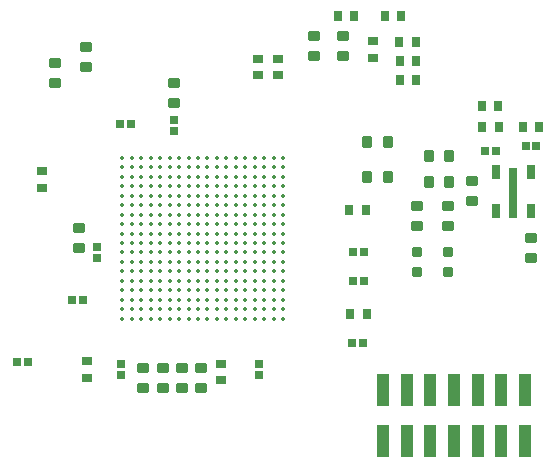
<source format=gtp>
G04*
G04 #@! TF.GenerationSoftware,Altium Limited,Altium Designer,23.2.1 (34)*
G04*
G04 Layer_Color=8421504*
%FSLAX45Y45*%
%MOMM*%
G71*
G04*
G04 #@! TF.SameCoordinates,357D86F6-4FD4-4171-920B-CE65727367D9*
G04*
G04*
G04 #@! TF.FilePolarity,Positive*
G04*
G01*
G75*
G04:AMPARAMS|DCode=18|XSize=1mm|YSize=0.9mm|CornerRadius=0.1125mm|HoleSize=0mm|Usage=FLASHONLY|Rotation=180.000|XOffset=0mm|YOffset=0mm|HoleType=Round|Shape=RoundedRectangle|*
%AMROUNDEDRECTD18*
21,1,1.00000,0.67500,0,0,180.0*
21,1,0.77500,0.90000,0,0,180.0*
1,1,0.22500,-0.38750,0.33750*
1,1,0.22500,0.38750,0.33750*
1,1,0.22500,0.38750,-0.33750*
1,1,0.22500,-0.38750,-0.33750*
%
%ADD18ROUNDEDRECTD18*%
%ADD19R,0.92000X0.64000*%
%ADD20R,0.64000X0.64000*%
%ADD21R,1.00000X2.75000*%
%ADD22C,0.35000*%
%ADD23R,0.68000X1.20000*%
%ADD24R,0.64000X0.64000*%
%ADD25R,0.75000X0.95000*%
G04:AMPARAMS|DCode=26|XSize=1mm|YSize=0.9mm|CornerRadius=0.1125mm|HoleSize=0mm|Usage=FLASHONLY|Rotation=270.000|XOffset=0mm|YOffset=0mm|HoleType=Round|Shape=RoundedRectangle|*
%AMROUNDEDRECTD26*
21,1,1.00000,0.67500,0,0,270.0*
21,1,0.77500,0.90000,0,0,270.0*
1,1,0.22500,-0.33750,-0.38750*
1,1,0.22500,-0.33750,0.38750*
1,1,0.22500,0.33750,0.38750*
1,1,0.22500,0.33750,-0.38750*
%
%ADD26ROUNDEDRECTD26*%
G04:AMPARAMS|DCode=27|XSize=0.8mm|YSize=0.8mm|CornerRadius=0.1mm|HoleSize=0mm|Usage=FLASHONLY|Rotation=270.000|XOffset=0mm|YOffset=0mm|HoleType=Round|Shape=RoundedRectangle|*
%AMROUNDEDRECTD27*
21,1,0.80000,0.60000,0,0,270.0*
21,1,0.60000,0.80000,0,0,270.0*
1,1,0.20000,-0.30000,-0.30000*
1,1,0.20000,-0.30000,0.30000*
1,1,0.20000,0.30000,0.30000*
1,1,0.20000,0.30000,-0.30000*
%
%ADD27ROUNDEDRECTD27*%
%ADD28R,0.95000X0.75000*%
G36*
X13303999Y7248920D02*
X13236000D01*
Y7673920D01*
X13303999D01*
Y7248920D01*
D02*
G37*
D18*
X11579333Y8790072D02*
D03*
Y8620072D02*
D03*
X11823868Y8792006D02*
D03*
Y8622006D02*
D03*
X10624820Y5808920D02*
D03*
Y5978920D02*
D03*
X10138525Y5809754D02*
D03*
Y5979754D02*
D03*
X10463432Y5808920D02*
D03*
Y5978920D02*
D03*
X10301549Y5808920D02*
D03*
Y5978920D02*
D03*
X12920000Y7397840D02*
D03*
Y7567840D02*
D03*
X13420000Y6915000D02*
D03*
Y7085000D02*
D03*
X10400000Y8398395D02*
D03*
Y8228395D02*
D03*
X12452503Y7184395D02*
D03*
Y7354395D02*
D03*
X12720000Y7184395D02*
D03*
Y7354395D02*
D03*
X9652499Y8526601D02*
D03*
Y8696601D02*
D03*
X9596649Y6995000D02*
D03*
Y7165000D02*
D03*
X9392920Y8396060D02*
D03*
Y8566060D02*
D03*
D19*
X12079036Y8753507D02*
D03*
Y8607507D02*
D03*
D20*
X9945380Y6015502D02*
D03*
Y5923502D02*
D03*
X11120000Y5919891D02*
D03*
Y6011891D02*
D03*
X10393680Y7991760D02*
D03*
Y8083760D02*
D03*
X9747785Y6914000D02*
D03*
Y7006000D02*
D03*
D21*
X12167500Y5367380D02*
D03*
X12367500D02*
D03*
Y5793380D02*
D03*
X12567500Y5367380D02*
D03*
Y5793380D02*
D03*
X12767500Y5367380D02*
D03*
Y5793380D02*
D03*
X12967500Y5367380D02*
D03*
Y5793380D02*
D03*
X13167500Y5367380D02*
D03*
Y5793380D02*
D03*
X13367500Y5367380D02*
D03*
Y5793380D02*
D03*
X12167500D02*
D03*
D22*
X10200000Y7760000D02*
D03*
X11320000Y6400000D02*
D03*
X11240000D02*
D03*
X11160000D02*
D03*
X11080000D02*
D03*
X11000000D02*
D03*
X10920000D02*
D03*
X10840000D02*
D03*
X10760000D02*
D03*
X10680000D02*
D03*
X10600000D02*
D03*
X10520000D02*
D03*
X10440000D02*
D03*
X10360000D02*
D03*
X10280000D02*
D03*
X10200000D02*
D03*
X10120000D02*
D03*
X10040000D02*
D03*
X9960000D02*
D03*
X11320000Y6480000D02*
D03*
X11240000D02*
D03*
X11160000D02*
D03*
X11080000D02*
D03*
X11000000D02*
D03*
X10920000D02*
D03*
X10840000D02*
D03*
X10760000D02*
D03*
X10680000D02*
D03*
X10600000D02*
D03*
X10520000D02*
D03*
X10440000D02*
D03*
X10360000D02*
D03*
X10280000D02*
D03*
X10200000D02*
D03*
X10120000D02*
D03*
X10040000D02*
D03*
X9960000D02*
D03*
X11320000Y6560000D02*
D03*
X11240000D02*
D03*
X11160000D02*
D03*
X11080000D02*
D03*
X11000000D02*
D03*
X10920000D02*
D03*
X10840000D02*
D03*
X10760000D02*
D03*
X10680000D02*
D03*
X10600000D02*
D03*
X10520000D02*
D03*
X10440000D02*
D03*
X10360000D02*
D03*
X10280000D02*
D03*
X10200000D02*
D03*
X10120000D02*
D03*
X10040000D02*
D03*
X9960000D02*
D03*
X11320000Y6640000D02*
D03*
X11240000D02*
D03*
X11160000D02*
D03*
X11080000D02*
D03*
X11000000D02*
D03*
X10920000D02*
D03*
X10840000D02*
D03*
X10760000D02*
D03*
X10680000D02*
D03*
X10600000D02*
D03*
X10520000D02*
D03*
X10440000D02*
D03*
X10360000D02*
D03*
X10280000D02*
D03*
X10200000D02*
D03*
X10120000D02*
D03*
X10040000D02*
D03*
X9960000D02*
D03*
X11320000Y6720000D02*
D03*
X11240000D02*
D03*
X11160000D02*
D03*
X11080000D02*
D03*
X11000000D02*
D03*
X10920000D02*
D03*
X10840000D02*
D03*
X10760000D02*
D03*
X10680000D02*
D03*
X10600000D02*
D03*
X10520000D02*
D03*
X10440000D02*
D03*
X10360000D02*
D03*
X10280000D02*
D03*
X10200000D02*
D03*
X10120000D02*
D03*
X10040000D02*
D03*
X9960000D02*
D03*
X11320000Y6800000D02*
D03*
X11240000D02*
D03*
X11160000D02*
D03*
X11080000D02*
D03*
X11000000D02*
D03*
X10920000D02*
D03*
X10840000D02*
D03*
X10760000D02*
D03*
X10680000D02*
D03*
X10600000D02*
D03*
X10520000D02*
D03*
X10440000D02*
D03*
X10360000D02*
D03*
X10280000D02*
D03*
X10200000D02*
D03*
X10120000D02*
D03*
X10040000D02*
D03*
X9960000D02*
D03*
X11320000Y6880000D02*
D03*
X11240000D02*
D03*
X11160000D02*
D03*
X11080000D02*
D03*
X11000000D02*
D03*
X10920000D02*
D03*
X10840000D02*
D03*
X10760000D02*
D03*
X10680000D02*
D03*
X10600000D02*
D03*
X10520000D02*
D03*
X10440000D02*
D03*
X10360000D02*
D03*
X10280000D02*
D03*
X10200000D02*
D03*
X10120000D02*
D03*
X10040000D02*
D03*
X9960000D02*
D03*
X11320000Y6960000D02*
D03*
X11240000D02*
D03*
X11160000D02*
D03*
X11080000D02*
D03*
X11000000D02*
D03*
X10920000D02*
D03*
X10840000D02*
D03*
X10760000D02*
D03*
X10680000D02*
D03*
X10600000D02*
D03*
X10520000D02*
D03*
X10440000D02*
D03*
X10360000D02*
D03*
X10280000D02*
D03*
X10200000D02*
D03*
X10120000D02*
D03*
X10040000D02*
D03*
X9960000D02*
D03*
X11320000Y7040000D02*
D03*
X11240000D02*
D03*
X11160000D02*
D03*
X11080000D02*
D03*
X11000000D02*
D03*
X10920000D02*
D03*
X10840000D02*
D03*
X10760000D02*
D03*
X10680000D02*
D03*
X10600000D02*
D03*
X10520000D02*
D03*
X10440000D02*
D03*
X10360000D02*
D03*
X10280000D02*
D03*
X10200000D02*
D03*
X10120000D02*
D03*
X10040000D02*
D03*
X9960000D02*
D03*
X11320000Y7120000D02*
D03*
X11240000D02*
D03*
X11160000D02*
D03*
X11080000D02*
D03*
X11000000D02*
D03*
X10920000D02*
D03*
X10840000D02*
D03*
X10760000D02*
D03*
X10680000D02*
D03*
X10600000D02*
D03*
X10520000D02*
D03*
X10440000D02*
D03*
X10360000D02*
D03*
X10280000D02*
D03*
X10200000D02*
D03*
X10120000D02*
D03*
X10040000D02*
D03*
X9960000D02*
D03*
X11320000Y7200000D02*
D03*
X11240000D02*
D03*
X11160000D02*
D03*
X11080000D02*
D03*
X11000000D02*
D03*
X10920000D02*
D03*
X10840000D02*
D03*
X10760000D02*
D03*
X10680000D02*
D03*
X10600000D02*
D03*
X10520000D02*
D03*
X10440000D02*
D03*
X10360000D02*
D03*
X10280000D02*
D03*
X10200000D02*
D03*
X10120000D02*
D03*
X10040000D02*
D03*
X9960000D02*
D03*
X11320000Y7280000D02*
D03*
X11240000D02*
D03*
X11160000D02*
D03*
X11080000D02*
D03*
X11000000D02*
D03*
X10920000D02*
D03*
X10840000D02*
D03*
X10760000D02*
D03*
X10680000D02*
D03*
X10600000D02*
D03*
X10520000D02*
D03*
X10440000D02*
D03*
X10360000D02*
D03*
X10280000D02*
D03*
X10200000D02*
D03*
X10120000D02*
D03*
X10040000D02*
D03*
X9960000D02*
D03*
X11320000Y7360000D02*
D03*
X11240000D02*
D03*
X11160000D02*
D03*
X11080000D02*
D03*
X11000000D02*
D03*
X10920000D02*
D03*
X10840000D02*
D03*
X10760000D02*
D03*
X10680000D02*
D03*
X10600000D02*
D03*
X10520000D02*
D03*
X10440000D02*
D03*
X10360000D02*
D03*
X10280000D02*
D03*
X10200000D02*
D03*
X10120000D02*
D03*
X10040000D02*
D03*
X9960000D02*
D03*
X11320000Y7440000D02*
D03*
X11240000D02*
D03*
X11160000D02*
D03*
X11080000D02*
D03*
X11000000D02*
D03*
X10920000D02*
D03*
X10840000D02*
D03*
X10760000D02*
D03*
X10680000D02*
D03*
X10600000D02*
D03*
X10520000D02*
D03*
X10440000D02*
D03*
X10360000D02*
D03*
X10280000D02*
D03*
X10200000D02*
D03*
X10120000D02*
D03*
X10040000D02*
D03*
X9960000D02*
D03*
X11320000Y7520000D02*
D03*
X11240000D02*
D03*
X11160000D02*
D03*
X11080000D02*
D03*
X11000000D02*
D03*
X10920000D02*
D03*
X10840000D02*
D03*
X10760000D02*
D03*
X10680000D02*
D03*
X10600000D02*
D03*
X10520000D02*
D03*
X10440000D02*
D03*
X10360000D02*
D03*
X10280000D02*
D03*
X10200000D02*
D03*
X10120000D02*
D03*
X10040000D02*
D03*
X9960000D02*
D03*
X11320000Y7600000D02*
D03*
X11240000D02*
D03*
X11160000D02*
D03*
X11080000D02*
D03*
X11000000D02*
D03*
X10920000D02*
D03*
X10840000D02*
D03*
X10760000D02*
D03*
X10680000D02*
D03*
X10600000D02*
D03*
X10520000D02*
D03*
X10440000D02*
D03*
X10360000D02*
D03*
X10280000D02*
D03*
X10200000D02*
D03*
X10120000D02*
D03*
X10040000D02*
D03*
X9960000D02*
D03*
X11320000Y7680000D02*
D03*
X11240000D02*
D03*
X11160000D02*
D03*
X11080000D02*
D03*
X11000000D02*
D03*
X10920000D02*
D03*
X10840000D02*
D03*
X10760000D02*
D03*
X10680000D02*
D03*
X10600000D02*
D03*
X10520000D02*
D03*
X10440000D02*
D03*
X10360000D02*
D03*
X10280000D02*
D03*
X10200000D02*
D03*
X10120000D02*
D03*
X10040000D02*
D03*
X9960000D02*
D03*
X11320000Y7760000D02*
D03*
X11240000D02*
D03*
X11160000D02*
D03*
X11080000D02*
D03*
X11000000D02*
D03*
X10920000D02*
D03*
X10840000D02*
D03*
X10760000D02*
D03*
X10680000D02*
D03*
X10600000D02*
D03*
X10520000D02*
D03*
X10440000D02*
D03*
X10360000D02*
D03*
X10280000D02*
D03*
X10120000D02*
D03*
X10040000D02*
D03*
X9960000D02*
D03*
D23*
X13120000Y7308920D02*
D03*
X13420000D02*
D03*
Y7638920D02*
D03*
X13120000D02*
D03*
D24*
X13125999Y7816568D02*
D03*
X13034000D02*
D03*
X13374001Y7862858D02*
D03*
X13466000D02*
D03*
X9530600Y6560000D02*
D03*
X9622600D02*
D03*
X12001780Y6720000D02*
D03*
X11909780D02*
D03*
X10029431Y8047002D02*
D03*
X9937431D02*
D03*
X9068000Y6033920D02*
D03*
X9160000D02*
D03*
X11996779Y6194893D02*
D03*
X11904779D02*
D03*
X12006000Y6960000D02*
D03*
X11914000D02*
D03*
D25*
X13144852Y8021443D02*
D03*
X13004851D02*
D03*
X13143294Y8199805D02*
D03*
X13003294D02*
D03*
X13350000Y8021443D02*
D03*
X13489999D02*
D03*
X11922499Y8960000D02*
D03*
X11782499D02*
D03*
X12320000D02*
D03*
X12180000D02*
D03*
X12030000Y6440000D02*
D03*
X11890000D02*
D03*
X12022499Y7320000D02*
D03*
X11882499D02*
D03*
X12449481Y8420990D02*
D03*
X12309481D02*
D03*
X12448546Y8579038D02*
D03*
X12308546D02*
D03*
X12445229Y8739380D02*
D03*
X12305229D02*
D03*
D26*
X12035000Y7896570D02*
D03*
X12205000D02*
D03*
X12035000Y7602159D02*
D03*
X12205000D02*
D03*
X12725000Y7560000D02*
D03*
X12555000D02*
D03*
X12725000Y7774000D02*
D03*
X12555000D02*
D03*
D27*
X12452503Y6795000D02*
D03*
Y6965000D02*
D03*
X12720000Y6795000D02*
D03*
Y6965000D02*
D03*
D28*
X10795000Y5878680D02*
D03*
Y6018680D02*
D03*
X9280000Y7506568D02*
D03*
Y7646568D02*
D03*
X9656395Y5898368D02*
D03*
Y6038368D02*
D03*
X11274478Y8600000D02*
D03*
Y8460000D02*
D03*
X11110986Y8600000D02*
D03*
Y8460000D02*
D03*
M02*

</source>
